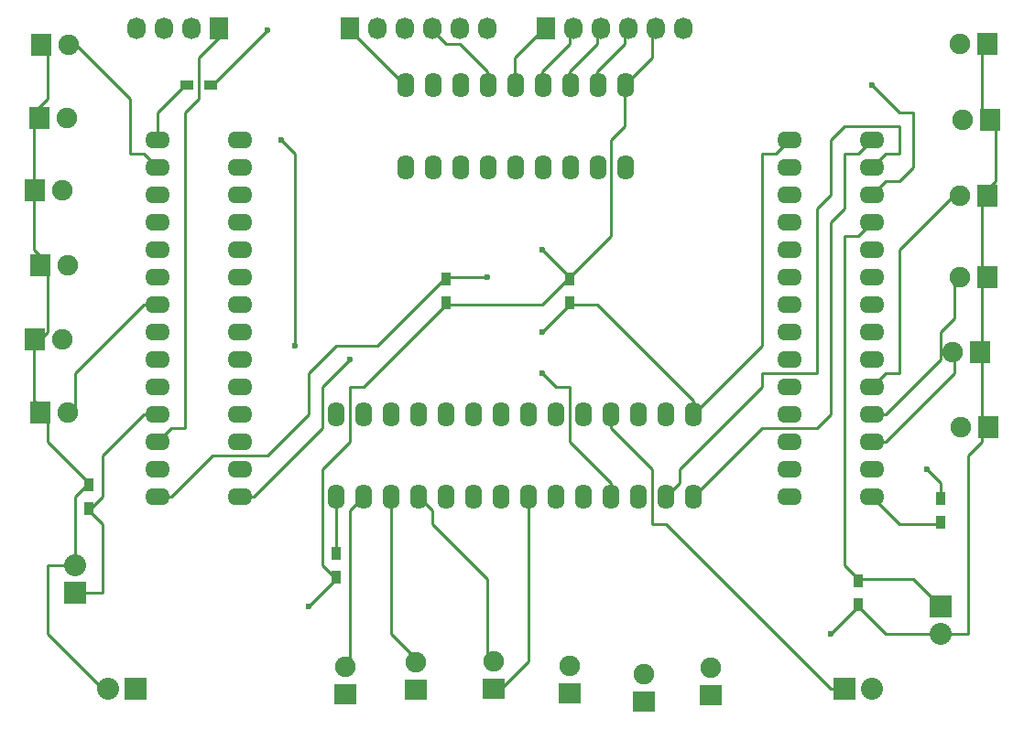
<source format=gtl>
G04 #@! TF.FileFunction,Copper,L1,Top,Signal*
%FSLAX46Y46*%
G04 Gerber Fmt 4.6, Leading zero omitted, Abs format (unit mm)*
G04 Created by KiCad (PCBNEW 4.0.2-stable) date 2016-07-18 1:59:09 PM*
%MOMM*%
G01*
G04 APERTURE LIST*
%ADD10C,0.050000*%
%ADD11R,1.727200X2.032000*%
%ADD12O,1.727200X2.032000*%
%ADD13R,1.900000X2.000000*%
%ADD14C,1.900000*%
%ADD15R,2.000000X1.900000*%
%ADD16R,2.032000X2.032000*%
%ADD17O,2.032000X2.032000*%
%ADD18O,2.300000X1.600000*%
%ADD19O,1.600000X2.300000*%
%ADD20R,0.900000X1.200000*%
%ADD21R,1.200000X0.900000*%
%ADD22C,0.600000*%
%ADD23C,0.250000*%
G04 APERTURE END LIST*
D10*
D11*
X113667381Y-34165000D03*
D12*
X111127381Y-34165000D03*
X108587381Y-34165000D03*
X106047381Y-34165000D03*
D13*
X97233000Y-35630001D03*
D14*
X99773000Y-35630001D03*
D13*
X96623000Y-49090001D03*
D14*
X99163000Y-49090001D03*
D13*
X97173000Y-56050001D03*
D14*
X99713000Y-56050001D03*
D13*
X96653000Y-62960001D03*
D14*
X99193000Y-62960001D03*
D13*
X97173000Y-69720001D03*
D14*
X99713000Y-69720001D03*
D15*
X125335001Y-95812000D03*
D14*
X125335001Y-93272000D03*
D15*
X131815001Y-95392000D03*
D14*
X131815001Y-92852000D03*
D15*
X139035001Y-95232000D03*
D14*
X139035001Y-92692000D03*
D15*
X146045001Y-95692000D03*
D14*
X146045001Y-93152000D03*
D15*
X152905001Y-96442000D03*
D14*
X152905001Y-93902000D03*
D15*
X159155001Y-95842000D03*
D14*
X159155001Y-93302000D03*
D13*
X97073000Y-42440001D03*
D14*
X99613000Y-42440001D03*
D13*
X184767000Y-71049999D03*
D14*
X182227000Y-71049999D03*
D13*
X184017000Y-64139999D03*
D14*
X181477000Y-64139999D03*
D13*
X184707000Y-57179999D03*
D14*
X182167000Y-57179999D03*
D13*
X184647000Y-49659999D03*
D14*
X182107000Y-49659999D03*
D13*
X184927000Y-42649999D03*
D14*
X182387000Y-42649999D03*
D13*
X184647000Y-35589999D03*
D14*
X182107000Y-35589999D03*
D16*
X180340000Y-87630000D03*
D17*
X180340000Y-90170000D03*
D18*
X107950000Y-44450000D03*
X107950000Y-46990000D03*
X107950000Y-49530000D03*
X107950000Y-52070000D03*
X107950000Y-54610000D03*
X107950000Y-57150000D03*
X107950000Y-59690000D03*
X107950000Y-62230000D03*
X107950000Y-64770000D03*
X107950000Y-67310000D03*
X107950000Y-69850000D03*
X107950000Y-72390000D03*
X107950000Y-74930000D03*
X107950000Y-77470000D03*
X115570000Y-77470000D03*
X115570000Y-74930000D03*
X115570000Y-72390000D03*
X115570000Y-69850000D03*
X115570000Y-67310000D03*
X115570000Y-64770000D03*
X115570000Y-62230000D03*
X115570000Y-59690000D03*
X115570000Y-57150000D03*
X115570000Y-54610000D03*
X115570000Y-52070000D03*
X115570000Y-49530000D03*
X115570000Y-46990000D03*
X115570000Y-44450000D03*
D19*
X124460000Y-77470000D03*
X127000000Y-77470000D03*
X129540000Y-77470000D03*
X132080000Y-77470000D03*
X134620000Y-77470000D03*
X137160000Y-77470000D03*
X139700000Y-77470000D03*
X142240000Y-77470000D03*
X144780000Y-77470000D03*
X147320000Y-77470000D03*
X149860000Y-77470000D03*
X152400000Y-77470000D03*
X154940000Y-77470000D03*
X157480000Y-77470000D03*
X157480000Y-69850000D03*
X154940000Y-69850000D03*
X152400000Y-69850000D03*
X149860000Y-69850000D03*
X147320000Y-69850000D03*
X144780000Y-69850000D03*
X142240000Y-69850000D03*
X139700000Y-69850000D03*
X137160000Y-69850000D03*
X134620000Y-69850000D03*
X132080000Y-69850000D03*
X129540000Y-69850000D03*
X127000000Y-69850000D03*
X124460000Y-69850000D03*
D18*
X173990000Y-77470000D03*
X173990000Y-74930000D03*
X173990000Y-72390000D03*
X173990000Y-69850000D03*
X173990000Y-67310000D03*
X173990000Y-64770000D03*
X173990000Y-62230000D03*
X173990000Y-59690000D03*
X173990000Y-57150000D03*
X173990000Y-54610000D03*
X173990000Y-52070000D03*
X173990000Y-49530000D03*
X173990000Y-46990000D03*
X173990000Y-44450000D03*
X166370000Y-44450000D03*
X166370000Y-46990000D03*
X166370000Y-49530000D03*
X166370000Y-52070000D03*
X166370000Y-54610000D03*
X166370000Y-57150000D03*
X166370000Y-59690000D03*
X166370000Y-62230000D03*
X166370000Y-64770000D03*
X166370000Y-67310000D03*
X166370000Y-69850000D03*
X166370000Y-72390000D03*
X166370000Y-74930000D03*
X166370000Y-77470000D03*
D16*
X100330000Y-86360000D03*
D17*
X100330000Y-83820000D03*
D16*
X105938333Y-95285000D03*
D17*
X103398333Y-95285000D03*
D11*
X125718333Y-34165000D03*
D12*
X128258333Y-34165000D03*
X130798333Y-34165000D03*
X133338333Y-34165000D03*
X135878333Y-34165000D03*
X138418333Y-34165000D03*
D11*
X143898333Y-34165000D03*
D12*
X146438333Y-34165000D03*
X148978333Y-34165000D03*
X151518333Y-34165000D03*
X154058333Y-34165000D03*
X156598333Y-34165000D03*
D20*
X101600000Y-76370000D03*
X101600000Y-78570000D03*
D21*
X112860000Y-39370000D03*
X110660000Y-39370000D03*
D20*
X124460000Y-84920000D03*
X124460000Y-82720000D03*
X180340000Y-77640000D03*
X180340000Y-79840000D03*
X172720000Y-85260000D03*
X172720000Y-87460000D03*
X134620000Y-57320000D03*
X134620000Y-59520000D03*
X146050000Y-59520000D03*
X146050000Y-57320000D03*
D16*
X171450000Y-95250000D03*
D17*
X173990000Y-95250000D03*
D19*
X130897857Y-46985000D03*
X133437857Y-46985000D03*
X135977857Y-46985000D03*
X138517857Y-46985000D03*
X141057857Y-46985000D03*
X143597857Y-46985000D03*
X146137857Y-46985000D03*
X148677857Y-46985000D03*
X151217857Y-46985000D03*
X151217857Y-39365000D03*
X148677857Y-39365000D03*
X146137857Y-39365000D03*
X143597857Y-39365000D03*
X141057857Y-39365000D03*
X138517857Y-39365000D03*
X135977857Y-39365000D03*
X133437857Y-39365000D03*
X130897857Y-39365000D03*
D22*
X173990000Y-39370000D03*
X119380000Y-44450000D03*
X120650000Y-63500000D03*
X143510000Y-66040000D03*
X170180000Y-90170000D03*
X138430000Y-57150000D03*
X125730000Y-64770000D03*
X143510000Y-62230000D03*
X143510000Y-54610000D03*
X179070000Y-74930000D03*
X121920000Y-87630000D03*
X118110000Y-34290000D03*
D23*
X113667381Y-34165000D02*
X114300000Y-34290000D01*
X114300000Y-34290000D02*
X111760000Y-36830000D01*
X111760000Y-36830000D02*
X111760000Y-40640000D01*
X111760000Y-40640000D02*
X110490000Y-41910000D01*
X110490000Y-41910000D02*
X110490000Y-71120000D01*
X110490000Y-71120000D02*
X109220000Y-71120000D01*
X109220000Y-71120000D02*
X107950000Y-72390000D01*
X173990000Y-39370000D02*
X176530000Y-41910000D01*
X176530000Y-41910000D02*
X177800000Y-41910000D01*
X177800000Y-41910000D02*
X177800000Y-46990000D01*
X177800000Y-46990000D02*
X176530000Y-48260000D01*
X176530000Y-48260000D02*
X175260000Y-48260000D01*
X175260000Y-48260000D02*
X173990000Y-49530000D01*
X119380000Y-44450000D02*
X120650000Y-45720000D01*
X120650000Y-45720000D02*
X120650000Y-63500000D01*
X143510000Y-66040000D02*
X144780000Y-67310000D01*
X144780000Y-67310000D02*
X146050000Y-67310000D01*
X146050000Y-67310000D02*
X146050000Y-72390000D01*
X146050000Y-72390000D02*
X149860000Y-76200000D01*
X149860000Y-76200000D02*
X149860000Y-77470000D01*
X172720000Y-87460000D02*
X172720000Y-87630000D01*
X172720000Y-87630000D02*
X170180000Y-90170000D01*
X184767000Y-71049999D02*
X184150000Y-71120000D01*
X184150000Y-71120000D02*
X184150000Y-72390000D01*
X184150000Y-72390000D02*
X182880000Y-73660000D01*
X182880000Y-73660000D02*
X182880000Y-90170000D01*
X182880000Y-90170000D02*
X180340000Y-90170000D01*
X139035001Y-95232000D02*
X138430000Y-95250000D01*
X138430000Y-95250000D02*
X139700000Y-95250000D01*
X139700000Y-95250000D02*
X142240000Y-92710000D01*
X142240000Y-92710000D02*
X142240000Y-77470000D01*
X101600000Y-76370000D02*
X101600000Y-76200000D01*
X101600000Y-76200000D02*
X97790000Y-72390000D01*
X97790000Y-72390000D02*
X97790000Y-69850000D01*
X97790000Y-69850000D02*
X97173000Y-69720001D01*
X103398333Y-95285000D02*
X102870000Y-95250000D01*
X102870000Y-95250000D02*
X97790000Y-90170000D01*
X97790000Y-90170000D02*
X97790000Y-83820000D01*
X97790000Y-83820000D02*
X100330000Y-83820000D01*
X180340000Y-90170000D02*
X175260000Y-90170000D01*
X175260000Y-90170000D02*
X172720000Y-87630000D01*
X172720000Y-87630000D02*
X172720000Y-87460000D01*
X100330000Y-83820000D02*
X100330000Y-77470000D01*
X100330000Y-77470000D02*
X101600000Y-76200000D01*
X101600000Y-76200000D02*
X101600000Y-76370000D01*
X96653000Y-62960001D02*
X96520000Y-63500000D01*
X96520000Y-63500000D02*
X97790000Y-62230000D01*
X97790000Y-62230000D02*
X97790000Y-55880000D01*
X97790000Y-55880000D02*
X97173000Y-56050001D01*
X184927000Y-42649999D02*
X185420000Y-43180000D01*
X185420000Y-43180000D02*
X184150000Y-41910000D01*
X184150000Y-41910000D02*
X184150000Y-35560000D01*
X184150000Y-35560000D02*
X184647000Y-35589999D01*
X97173000Y-69720001D02*
X97790000Y-69850000D01*
X97790000Y-69850000D02*
X96520000Y-68580000D01*
X96520000Y-68580000D02*
X96520000Y-63500000D01*
X96520000Y-63500000D02*
X96653000Y-62960001D01*
X97073000Y-42440001D02*
X96520000Y-41910000D01*
X96520000Y-41910000D02*
X97790000Y-40640000D01*
X97790000Y-40640000D02*
X97790000Y-35560000D01*
X97790000Y-35560000D02*
X97233000Y-35630001D01*
X97173000Y-56050001D02*
X97790000Y-55880000D01*
X97790000Y-55880000D02*
X96520000Y-54610000D01*
X96520000Y-54610000D02*
X96520000Y-49530000D01*
X96520000Y-49530000D02*
X96623000Y-49090001D01*
X184647000Y-49659999D02*
X184150000Y-49530000D01*
X184150000Y-49530000D02*
X185420000Y-48260000D01*
X185420000Y-48260000D02*
X185420000Y-43180000D01*
X185420000Y-43180000D02*
X184927000Y-42649999D01*
X184647000Y-49659999D02*
X184150000Y-49530000D01*
X184150000Y-49530000D02*
X184150000Y-57150000D01*
X184150000Y-57150000D02*
X184707000Y-57179999D01*
X184707000Y-57179999D02*
X184150000Y-57150000D01*
X184150000Y-57150000D02*
X184150000Y-64770000D01*
X184150000Y-64770000D02*
X184017000Y-64139999D01*
X96623000Y-49090001D02*
X96520000Y-49530000D01*
X96520000Y-49530000D02*
X96520000Y-41910000D01*
X96520000Y-41910000D02*
X97073000Y-42440001D01*
X184017000Y-64139999D02*
X184150000Y-64770000D01*
X184150000Y-64770000D02*
X184150000Y-71120000D01*
X184150000Y-71120000D02*
X184767000Y-71049999D01*
X99773000Y-35630001D02*
X100330000Y-35560000D01*
X100330000Y-35560000D02*
X105410000Y-40640000D01*
X105410000Y-40640000D02*
X105410000Y-45720000D01*
X105410000Y-45720000D02*
X106680000Y-45720000D01*
X106680000Y-45720000D02*
X107950000Y-46990000D01*
X107950000Y-59690000D02*
X106680000Y-59690000D01*
X106680000Y-59690000D02*
X100330000Y-66040000D01*
X100330000Y-66040000D02*
X100330000Y-69850000D01*
X100330000Y-69850000D02*
X99713000Y-69720001D01*
X127000000Y-77470000D02*
X125730000Y-78740000D01*
X125730000Y-78740000D02*
X125730000Y-92710000D01*
X125730000Y-92710000D02*
X125335001Y-93272000D01*
X131815001Y-92852000D02*
X132080000Y-92710000D01*
X132080000Y-92710000D02*
X129540000Y-90170000D01*
X129540000Y-90170000D02*
X129540000Y-77470000D01*
X132080000Y-77470000D02*
X133350000Y-78740000D01*
X133350000Y-78740000D02*
X133350000Y-80010000D01*
X133350000Y-80010000D02*
X138430000Y-85090000D01*
X138430000Y-85090000D02*
X138430000Y-92710000D01*
X138430000Y-92710000D02*
X139035001Y-92692000D01*
X173990000Y-72390000D02*
X175260000Y-72390000D01*
X175260000Y-72390000D02*
X181610000Y-66040000D01*
X181610000Y-66040000D02*
X181610000Y-64770000D01*
X181610000Y-64770000D02*
X181477000Y-64139999D01*
X173990000Y-69850000D02*
X175260000Y-69850000D01*
X175260000Y-69850000D02*
X180340000Y-64770000D01*
X180340000Y-64770000D02*
X180340000Y-62230000D01*
X180340000Y-62230000D02*
X181610000Y-60960000D01*
X181610000Y-60960000D02*
X181610000Y-57150000D01*
X181610000Y-57150000D02*
X182167000Y-57179999D01*
X182107000Y-49659999D02*
X181610000Y-49530000D01*
X181610000Y-49530000D02*
X176530000Y-54610000D01*
X176530000Y-54610000D02*
X176530000Y-66040000D01*
X176530000Y-66040000D02*
X175260000Y-66040000D01*
X175260000Y-66040000D02*
X173990000Y-67310000D01*
X172720000Y-85260000D02*
X172720000Y-85090000D01*
X172720000Y-85090000D02*
X171450000Y-83820000D01*
X171450000Y-83820000D02*
X171450000Y-53340000D01*
X171450000Y-53340000D02*
X172720000Y-53340000D01*
X172720000Y-53340000D02*
X173990000Y-52070000D01*
X172720000Y-85260000D02*
X172720000Y-85090000D01*
X172720000Y-85090000D02*
X177800000Y-85090000D01*
X177800000Y-85090000D02*
X180340000Y-87630000D01*
X110660000Y-39370000D02*
X110490000Y-39370000D01*
X110490000Y-39370000D02*
X107950000Y-41910000D01*
X107950000Y-41910000D02*
X107950000Y-44450000D01*
X107950000Y-69850000D02*
X106680000Y-69850000D01*
X106680000Y-69850000D02*
X102870000Y-73660000D01*
X102870000Y-73660000D02*
X102870000Y-77470000D01*
X102870000Y-77470000D02*
X101600000Y-78740000D01*
X101600000Y-78740000D02*
X101600000Y-78570000D01*
X101600000Y-78570000D02*
X101600000Y-78740000D01*
X101600000Y-78740000D02*
X102870000Y-80010000D01*
X102870000Y-80010000D02*
X102870000Y-86360000D01*
X102870000Y-86360000D02*
X100330000Y-86360000D01*
X134620000Y-57320000D02*
X134620000Y-57150000D01*
X134620000Y-57150000D02*
X138430000Y-57150000D01*
X107950000Y-77470000D02*
X109220000Y-77470000D01*
X109220000Y-77470000D02*
X113030000Y-73660000D01*
X113030000Y-73660000D02*
X118110000Y-73660000D01*
X118110000Y-73660000D02*
X121920000Y-69850000D01*
X121920000Y-69850000D02*
X121920000Y-66040000D01*
X121920000Y-66040000D02*
X124460000Y-63500000D01*
X124460000Y-63500000D02*
X128270000Y-63500000D01*
X128270000Y-63500000D02*
X134620000Y-57150000D01*
X134620000Y-57150000D02*
X134620000Y-57320000D01*
X157480000Y-77470000D02*
X163830000Y-71120000D01*
X163830000Y-71120000D02*
X168910000Y-71120000D01*
X168910000Y-71120000D02*
X170180000Y-69850000D01*
X170180000Y-69850000D02*
X170180000Y-52070000D01*
X170180000Y-52070000D02*
X171450000Y-50800000D01*
X171450000Y-50800000D02*
X171450000Y-45720000D01*
X171450000Y-45720000D02*
X172720000Y-45720000D01*
X172720000Y-45720000D02*
X173990000Y-44450000D01*
X115570000Y-77470000D02*
X116840000Y-77470000D01*
X116840000Y-77470000D02*
X123190000Y-71120000D01*
X123190000Y-71120000D02*
X123190000Y-67310000D01*
X123190000Y-67310000D02*
X125730000Y-64770000D01*
X143510000Y-62230000D02*
X146050000Y-59690000D01*
X146050000Y-59690000D02*
X146050000Y-59520000D01*
X146050000Y-59520000D02*
X146050000Y-59690000D01*
X146050000Y-59690000D02*
X148590000Y-59690000D01*
X148590000Y-59690000D02*
X157480000Y-68580000D01*
X157480000Y-68580000D02*
X157480000Y-69850000D01*
X157480000Y-69850000D02*
X163830000Y-63500000D01*
X163830000Y-63500000D02*
X163830000Y-45720000D01*
X163830000Y-45720000D02*
X165100000Y-45720000D01*
X165100000Y-45720000D02*
X166370000Y-44450000D01*
X124460000Y-82720000D02*
X124460000Y-77470000D01*
X154940000Y-77470000D02*
X156210000Y-76200000D01*
X156210000Y-76200000D02*
X156210000Y-74930000D01*
X156210000Y-74930000D02*
X163830000Y-67310000D01*
X163830000Y-67310000D02*
X163830000Y-66040000D01*
X163830000Y-66040000D02*
X168910000Y-66040000D01*
X168910000Y-66040000D02*
X168910000Y-50800000D01*
X168910000Y-50800000D02*
X170180000Y-49530000D01*
X170180000Y-49530000D02*
X170180000Y-44450000D01*
X170180000Y-44450000D02*
X171450000Y-43180000D01*
X171450000Y-43180000D02*
X176530000Y-43180000D01*
X176530000Y-43180000D02*
X176530000Y-45720000D01*
X176530000Y-45720000D02*
X175260000Y-45720000D01*
X175260000Y-45720000D02*
X173990000Y-46990000D01*
X171450000Y-95250000D02*
X170180000Y-95250000D01*
X170180000Y-95250000D02*
X154940000Y-80010000D01*
X154940000Y-80010000D02*
X153670000Y-80010000D01*
X153670000Y-80010000D02*
X153670000Y-74930000D01*
X153670000Y-74930000D02*
X149860000Y-71120000D01*
X149860000Y-71120000D02*
X149860000Y-69850000D01*
X180340000Y-79840000D02*
X180340000Y-80010000D01*
X180340000Y-80010000D02*
X176530000Y-80010000D01*
X176530000Y-80010000D02*
X173990000Y-77470000D01*
X146050000Y-57320000D02*
X146050000Y-57150000D01*
X146050000Y-57150000D02*
X143510000Y-54610000D01*
X179070000Y-74930000D02*
X180340000Y-76200000D01*
X180340000Y-76200000D02*
X180340000Y-77640000D01*
X124460000Y-84920000D02*
X124460000Y-85090000D01*
X124460000Y-85090000D02*
X123190000Y-83820000D01*
X123190000Y-83820000D02*
X123190000Y-74930000D01*
X123190000Y-74930000D02*
X125730000Y-72390000D01*
X125730000Y-72390000D02*
X125730000Y-67310000D01*
X125730000Y-67310000D02*
X127000000Y-67310000D01*
X127000000Y-67310000D02*
X134620000Y-59690000D01*
X134620000Y-59690000D02*
X134620000Y-59520000D01*
X124460000Y-84920000D02*
X124460000Y-85090000D01*
X124460000Y-85090000D02*
X121920000Y-87630000D01*
X118110000Y-34290000D02*
X113030000Y-39370000D01*
X113030000Y-39370000D02*
X112860000Y-39370000D01*
X146050000Y-57320000D02*
X146050000Y-57150000D01*
X146050000Y-57150000D02*
X149860000Y-53340000D01*
X149860000Y-53340000D02*
X149860000Y-44450000D01*
X149860000Y-44450000D02*
X151130000Y-43180000D01*
X151130000Y-43180000D02*
X151130000Y-39370000D01*
X151130000Y-39370000D02*
X151217857Y-39365000D01*
X134620000Y-59520000D02*
X134620000Y-59690000D01*
X134620000Y-59690000D02*
X143510000Y-59690000D01*
X143510000Y-59690000D02*
X146050000Y-57150000D01*
X146050000Y-57150000D02*
X146050000Y-57320000D01*
X151217857Y-39365000D02*
X151130000Y-39370000D01*
X151130000Y-39370000D02*
X153670000Y-36830000D01*
X153670000Y-36830000D02*
X153670000Y-34290000D01*
X153670000Y-34290000D02*
X154058333Y-34165000D01*
X130897857Y-39365000D02*
X130810000Y-39370000D01*
X130810000Y-39370000D02*
X125730000Y-34290000D01*
X125730000Y-34290000D02*
X125718333Y-34165000D01*
X133338333Y-34165000D02*
X133350000Y-34290000D01*
X133350000Y-34290000D02*
X134620000Y-35560000D01*
X134620000Y-35560000D02*
X135890000Y-35560000D01*
X135890000Y-35560000D02*
X138430000Y-38100000D01*
X138430000Y-38100000D02*
X138430000Y-39370000D01*
X138430000Y-39370000D02*
X138517857Y-39365000D01*
X143898333Y-34165000D02*
X143510000Y-34290000D01*
X143510000Y-34290000D02*
X140970000Y-36830000D01*
X140970000Y-36830000D02*
X140970000Y-39370000D01*
X140970000Y-39370000D02*
X141057857Y-39365000D01*
X146438333Y-34165000D02*
X146050000Y-34290000D01*
X146050000Y-34290000D02*
X146050000Y-35560000D01*
X146050000Y-35560000D02*
X143510000Y-38100000D01*
X143510000Y-38100000D02*
X143510000Y-39370000D01*
X143510000Y-39370000D02*
X143597857Y-39365000D01*
X148978333Y-34165000D02*
X148590000Y-34290000D01*
X148590000Y-34290000D02*
X148590000Y-35560000D01*
X148590000Y-35560000D02*
X146050000Y-38100000D01*
X146050000Y-38100000D02*
X146050000Y-39370000D01*
X146050000Y-39370000D02*
X146137857Y-39365000D01*
X151518333Y-34165000D02*
X151130000Y-34290000D01*
X151130000Y-34290000D02*
X151130000Y-35560000D01*
X151130000Y-35560000D02*
X148590000Y-38100000D01*
X148590000Y-38100000D02*
X148590000Y-39370000D01*
X148590000Y-39370000D02*
X148677857Y-39365000D01*
M02*

</source>
